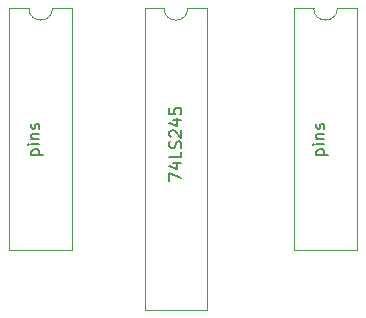
<source format=gbr>
%TF.GenerationSoftware,KiCad,Pcbnew,8.0.4*%
%TF.CreationDate,2024-08-17T03:45:06-04:00*%
%TF.ProjectId,8216 substitute,38323136-2073-4756-9273-746974757465,rev?*%
%TF.SameCoordinates,Original*%
%TF.FileFunction,Legend,Top*%
%TF.FilePolarity,Positive*%
%FSLAX46Y46*%
G04 Gerber Fmt 4.6, Leading zero omitted, Abs format (unit mm)*
G04 Created by KiCad (PCBNEW 8.0.4) date 2024-08-17 03:45:06*
%MOMM*%
%LPD*%
G01*
G04 APERTURE LIST*
%ADD10C,0.150000*%
%ADD11C,0.120000*%
%ADD12R,1.600000X1.600000*%
%ADD13O,1.600000X1.600000*%
G04 APERTURE END LIST*
D10*
X99533152Y-69513220D02*
X100533152Y-69513220D01*
X99580771Y-69513220D02*
X99533152Y-69417982D01*
X99533152Y-69417982D02*
X99533152Y-69227506D01*
X99533152Y-69227506D02*
X99580771Y-69132268D01*
X99580771Y-69132268D02*
X99628390Y-69084649D01*
X99628390Y-69084649D02*
X99723628Y-69037030D01*
X99723628Y-69037030D02*
X100009342Y-69037030D01*
X100009342Y-69037030D02*
X100104580Y-69084649D01*
X100104580Y-69084649D02*
X100152200Y-69132268D01*
X100152200Y-69132268D02*
X100199819Y-69227506D01*
X100199819Y-69227506D02*
X100199819Y-69417982D01*
X100199819Y-69417982D02*
X100152200Y-69513220D01*
X100199819Y-68608458D02*
X99533152Y-68608458D01*
X99199819Y-68608458D02*
X99247438Y-68656077D01*
X99247438Y-68656077D02*
X99295057Y-68608458D01*
X99295057Y-68608458D02*
X99247438Y-68560839D01*
X99247438Y-68560839D02*
X99199819Y-68608458D01*
X99199819Y-68608458D02*
X99295057Y-68608458D01*
X99533152Y-68132268D02*
X100199819Y-68132268D01*
X99628390Y-68132268D02*
X99580771Y-68084649D01*
X99580771Y-68084649D02*
X99533152Y-67989411D01*
X99533152Y-67989411D02*
X99533152Y-67846554D01*
X99533152Y-67846554D02*
X99580771Y-67751316D01*
X99580771Y-67751316D02*
X99676009Y-67703697D01*
X99676009Y-67703697D02*
X100199819Y-67703697D01*
X100152200Y-67275125D02*
X100199819Y-67179887D01*
X100199819Y-67179887D02*
X100199819Y-66989411D01*
X100199819Y-66989411D02*
X100152200Y-66894173D01*
X100152200Y-66894173D02*
X100056961Y-66846554D01*
X100056961Y-66846554D02*
X100009342Y-66846554D01*
X100009342Y-66846554D02*
X99914104Y-66894173D01*
X99914104Y-66894173D02*
X99866485Y-66989411D01*
X99866485Y-66989411D02*
X99866485Y-67132268D01*
X99866485Y-67132268D02*
X99818866Y-67227506D01*
X99818866Y-67227506D02*
X99723628Y-67275125D01*
X99723628Y-67275125D02*
X99676009Y-67275125D01*
X99676009Y-67275125D02*
X99580771Y-67227506D01*
X99580771Y-67227506D02*
X99533152Y-67132268D01*
X99533152Y-67132268D02*
X99533152Y-66989411D01*
X99533152Y-66989411D02*
X99580771Y-66894173D01*
X75403152Y-69513220D02*
X76403152Y-69513220D01*
X75450771Y-69513220D02*
X75403152Y-69417982D01*
X75403152Y-69417982D02*
X75403152Y-69227506D01*
X75403152Y-69227506D02*
X75450771Y-69132268D01*
X75450771Y-69132268D02*
X75498390Y-69084649D01*
X75498390Y-69084649D02*
X75593628Y-69037030D01*
X75593628Y-69037030D02*
X75879342Y-69037030D01*
X75879342Y-69037030D02*
X75974580Y-69084649D01*
X75974580Y-69084649D02*
X76022200Y-69132268D01*
X76022200Y-69132268D02*
X76069819Y-69227506D01*
X76069819Y-69227506D02*
X76069819Y-69417982D01*
X76069819Y-69417982D02*
X76022200Y-69513220D01*
X76069819Y-68608458D02*
X75403152Y-68608458D01*
X75069819Y-68608458D02*
X75117438Y-68656077D01*
X75117438Y-68656077D02*
X75165057Y-68608458D01*
X75165057Y-68608458D02*
X75117438Y-68560839D01*
X75117438Y-68560839D02*
X75069819Y-68608458D01*
X75069819Y-68608458D02*
X75165057Y-68608458D01*
X75403152Y-68132268D02*
X76069819Y-68132268D01*
X75498390Y-68132268D02*
X75450771Y-68084649D01*
X75450771Y-68084649D02*
X75403152Y-67989411D01*
X75403152Y-67989411D02*
X75403152Y-67846554D01*
X75403152Y-67846554D02*
X75450771Y-67751316D01*
X75450771Y-67751316D02*
X75546009Y-67703697D01*
X75546009Y-67703697D02*
X76069819Y-67703697D01*
X76022200Y-67275125D02*
X76069819Y-67179887D01*
X76069819Y-67179887D02*
X76069819Y-66989411D01*
X76069819Y-66989411D02*
X76022200Y-66894173D01*
X76022200Y-66894173D02*
X75926961Y-66846554D01*
X75926961Y-66846554D02*
X75879342Y-66846554D01*
X75879342Y-66846554D02*
X75784104Y-66894173D01*
X75784104Y-66894173D02*
X75736485Y-66989411D01*
X75736485Y-66989411D02*
X75736485Y-67132268D01*
X75736485Y-67132268D02*
X75688866Y-67227506D01*
X75688866Y-67227506D02*
X75593628Y-67275125D01*
X75593628Y-67275125D02*
X75546009Y-67275125D01*
X75546009Y-67275125D02*
X75450771Y-67227506D01*
X75450771Y-67227506D02*
X75403152Y-67132268D01*
X75403152Y-67132268D02*
X75403152Y-66989411D01*
X75403152Y-66989411D02*
X75450771Y-66894173D01*
X87084819Y-71699047D02*
X87084819Y-71032381D01*
X87084819Y-71032381D02*
X88084819Y-71460952D01*
X87418152Y-70222857D02*
X88084819Y-70222857D01*
X87037200Y-70460952D02*
X87751485Y-70699047D01*
X87751485Y-70699047D02*
X87751485Y-70080000D01*
X88084819Y-69222857D02*
X88084819Y-69699047D01*
X88084819Y-69699047D02*
X87084819Y-69699047D01*
X88037200Y-68937142D02*
X88084819Y-68794285D01*
X88084819Y-68794285D02*
X88084819Y-68556190D01*
X88084819Y-68556190D02*
X88037200Y-68460952D01*
X88037200Y-68460952D02*
X87989580Y-68413333D01*
X87989580Y-68413333D02*
X87894342Y-68365714D01*
X87894342Y-68365714D02*
X87799104Y-68365714D01*
X87799104Y-68365714D02*
X87703866Y-68413333D01*
X87703866Y-68413333D02*
X87656247Y-68460952D01*
X87656247Y-68460952D02*
X87608628Y-68556190D01*
X87608628Y-68556190D02*
X87561009Y-68746666D01*
X87561009Y-68746666D02*
X87513390Y-68841904D01*
X87513390Y-68841904D02*
X87465771Y-68889523D01*
X87465771Y-68889523D02*
X87370533Y-68937142D01*
X87370533Y-68937142D02*
X87275295Y-68937142D01*
X87275295Y-68937142D02*
X87180057Y-68889523D01*
X87180057Y-68889523D02*
X87132438Y-68841904D01*
X87132438Y-68841904D02*
X87084819Y-68746666D01*
X87084819Y-68746666D02*
X87084819Y-68508571D01*
X87084819Y-68508571D02*
X87132438Y-68365714D01*
X87180057Y-67984761D02*
X87132438Y-67937142D01*
X87132438Y-67937142D02*
X87084819Y-67841904D01*
X87084819Y-67841904D02*
X87084819Y-67603809D01*
X87084819Y-67603809D02*
X87132438Y-67508571D01*
X87132438Y-67508571D02*
X87180057Y-67460952D01*
X87180057Y-67460952D02*
X87275295Y-67413333D01*
X87275295Y-67413333D02*
X87370533Y-67413333D01*
X87370533Y-67413333D02*
X87513390Y-67460952D01*
X87513390Y-67460952D02*
X88084819Y-68032380D01*
X88084819Y-68032380D02*
X88084819Y-67413333D01*
X87418152Y-66556190D02*
X88084819Y-66556190D01*
X87037200Y-66794285D02*
X87751485Y-67032380D01*
X87751485Y-67032380D02*
X87751485Y-66413333D01*
X87084819Y-65556190D02*
X87084819Y-66032380D01*
X87084819Y-66032380D02*
X87561009Y-66079999D01*
X87561009Y-66079999D02*
X87513390Y-66032380D01*
X87513390Y-66032380D02*
X87465771Y-65937142D01*
X87465771Y-65937142D02*
X87465771Y-65699047D01*
X87465771Y-65699047D02*
X87513390Y-65603809D01*
X87513390Y-65603809D02*
X87561009Y-65556190D01*
X87561009Y-65556190D02*
X87656247Y-65508571D01*
X87656247Y-65508571D02*
X87894342Y-65508571D01*
X87894342Y-65508571D02*
X87989580Y-65556190D01*
X87989580Y-65556190D02*
X88037200Y-65603809D01*
X88037200Y-65603809D02*
X88084819Y-65699047D01*
X88084819Y-65699047D02*
X88084819Y-65937142D01*
X88084819Y-65937142D02*
X88037200Y-66032380D01*
X88037200Y-66032380D02*
X87989580Y-66079999D01*
D11*
%TO.C,U2*%
X97640000Y-57090000D02*
X97640000Y-77530000D01*
X97640000Y-77530000D02*
X102940000Y-77530000D01*
X99290000Y-57090000D02*
X97640000Y-57090000D01*
X102940000Y-57090000D02*
X101290000Y-57090000D01*
X102940000Y-77530000D02*
X102940000Y-57090000D01*
X101290000Y-57090000D02*
G75*
G02*
X99290000Y-57090000I-1000000J0D01*
G01*
%TO.C,U3*%
X73535000Y-57090000D02*
X73535000Y-77530000D01*
X73535000Y-77530000D02*
X78835000Y-77530000D01*
X75185000Y-57090000D02*
X73535000Y-57090000D01*
X78835000Y-57090000D02*
X77185000Y-57090000D01*
X78835000Y-77530000D02*
X78835000Y-57090000D01*
X77185000Y-57090000D02*
G75*
G02*
X75185000Y-57090000I-1000000J0D01*
G01*
%TO.C,U1*%
X84980000Y-57090000D02*
X84980000Y-82610000D01*
X84980000Y-82610000D02*
X90280000Y-82610000D01*
X86630000Y-57090000D02*
X84980000Y-57090000D01*
X90280000Y-57090000D02*
X88630000Y-57090000D01*
X90280000Y-82610000D02*
X90280000Y-57090000D01*
X88630000Y-57090000D02*
G75*
G02*
X86630000Y-57090000I-1000000J0D01*
G01*
%TD*%
%LPC*%
D12*
%TO.C,U2*%
X104140000Y-58420000D03*
D13*
X104140000Y-60960000D03*
X104140000Y-63500000D03*
X104140000Y-66040000D03*
X104140000Y-68580000D03*
X104140000Y-71120000D03*
X104140000Y-73660000D03*
X104140000Y-76200000D03*
X96520000Y-76200000D03*
X96520000Y-73660000D03*
X96520000Y-71120000D03*
X96520000Y-68580000D03*
X96520000Y-66040000D03*
X96520000Y-63500000D03*
X96520000Y-60960000D03*
X96520000Y-58420000D03*
%TD*%
D12*
%TO.C,U3*%
X80010000Y-58420000D03*
D13*
X80010000Y-60960000D03*
X80010000Y-63500000D03*
X80010000Y-66040000D03*
X80010000Y-68580000D03*
X80010000Y-71120000D03*
X80010000Y-73660000D03*
X80010000Y-76200000D03*
X72390000Y-76200000D03*
X72390000Y-73660000D03*
X72390000Y-71120000D03*
X72390000Y-68580000D03*
X72390000Y-66040000D03*
X72390000Y-63500000D03*
X72390000Y-60960000D03*
X72390000Y-58420000D03*
%TD*%
D12*
%TO.C,U1*%
X83820000Y-58420000D03*
D13*
X83820000Y-60960000D03*
X83820000Y-63500000D03*
X83820000Y-66040000D03*
X83820000Y-68580000D03*
X83820000Y-71120000D03*
X83820000Y-73660000D03*
X83820000Y-76200000D03*
X83820000Y-78740000D03*
X83820000Y-81280000D03*
X91440000Y-81280000D03*
X91440000Y-78740000D03*
X91440000Y-76200000D03*
X91440000Y-73660000D03*
X91440000Y-71120000D03*
X91440000Y-68580000D03*
X91440000Y-66040000D03*
X91440000Y-63500000D03*
X91440000Y-60960000D03*
X91440000Y-58420000D03*
%TD*%
%LPD*%
M02*

</source>
